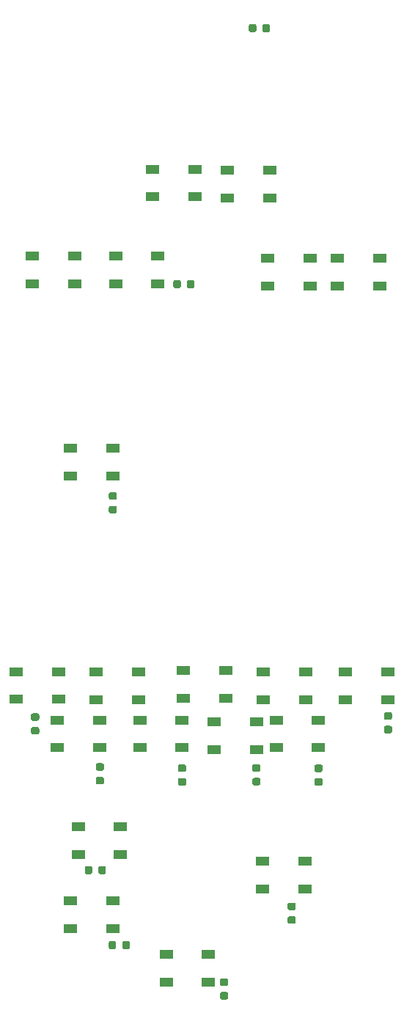
<source format=gbr>
%TF.GenerationSoftware,KiCad,Pcbnew,(5.1.10)-1*%
%TF.CreationDate,2021-11-16T17:17:49+11:00*%
%TF.ProjectId,APU Panel PCB V2,41505520-5061-46e6-956c-205043422056,rev?*%
%TF.SameCoordinates,Original*%
%TF.FileFunction,Paste,Top*%
%TF.FilePolarity,Positive*%
%FSLAX46Y46*%
G04 Gerber Fmt 4.6, Leading zero omitted, Abs format (unit mm)*
G04 Created by KiCad (PCBNEW (5.1.10)-1) date 2021-11-16 17:17:49*
%MOMM*%
%LPD*%
G01*
G04 APERTURE LIST*
%ADD10R,1.500000X1.000000*%
G04 APERTURE END LIST*
%TO.C,C5*%
G36*
G01*
X80400000Y-154306250D02*
X80400000Y-153793750D01*
G75*
G02*
X80618750Y-153575000I218750J0D01*
G01*
X81056250Y-153575000D01*
G75*
G02*
X81275000Y-153793750I0J-218750D01*
G01*
X81275000Y-154306250D01*
G75*
G02*
X81056250Y-154525000I-218750J0D01*
G01*
X80618750Y-154525000D01*
G75*
G02*
X80400000Y-154306250I0J218750D01*
G01*
G37*
G36*
G01*
X78825000Y-154306250D02*
X78825000Y-153793750D01*
G75*
G02*
X79043750Y-153575000I218750J0D01*
G01*
X79481250Y-153575000D01*
G75*
G02*
X79700000Y-153793750I0J-218750D01*
G01*
X79700000Y-154306250D01*
G75*
G02*
X79481250Y-154525000I-218750J0D01*
G01*
X79043750Y-154525000D01*
G75*
G02*
X78825000Y-154306250I0J218750D01*
G01*
G37*
%TD*%
%TO.C,C2*%
G36*
G01*
X95176050Y-167424720D02*
X94663550Y-167424720D01*
G75*
G02*
X94444800Y-167205970I0J218750D01*
G01*
X94444800Y-166768470D01*
G75*
G02*
X94663550Y-166549720I218750J0D01*
G01*
X95176050Y-166549720D01*
G75*
G02*
X95394800Y-166768470I0J-218750D01*
G01*
X95394800Y-167205970D01*
G75*
G02*
X95176050Y-167424720I-218750J0D01*
G01*
G37*
G36*
G01*
X95176050Y-168999720D02*
X94663550Y-168999720D01*
G75*
G02*
X94444800Y-168780970I0J218750D01*
G01*
X94444800Y-168343470D01*
G75*
G02*
X94663550Y-168124720I218750J0D01*
G01*
X95176050Y-168124720D01*
G75*
G02*
X95394800Y-168343470I0J-218750D01*
G01*
X95394800Y-168780970D01*
G75*
G02*
X95176050Y-168999720I-218750J0D01*
G01*
G37*
%TD*%
%TO.C,C13*%
G36*
G01*
X89921600Y-86162170D02*
X89921600Y-86674670D01*
G75*
G02*
X89702850Y-86893420I-218750J0D01*
G01*
X89265350Y-86893420D01*
G75*
G02*
X89046600Y-86674670I0J218750D01*
G01*
X89046600Y-86162170D01*
G75*
G02*
X89265350Y-85943420I218750J0D01*
G01*
X89702850Y-85943420D01*
G75*
G02*
X89921600Y-86162170I0J-218750D01*
G01*
G37*
G36*
G01*
X91496600Y-86162170D02*
X91496600Y-86674670D01*
G75*
G02*
X91277850Y-86893420I-218750J0D01*
G01*
X90840350Y-86893420D01*
G75*
G02*
X90621600Y-86674670I0J218750D01*
G01*
X90621600Y-86162170D01*
G75*
G02*
X90840350Y-85943420I218750J0D01*
G01*
X91277850Y-85943420D01*
G75*
G02*
X91496600Y-86162170I0J-218750D01*
G01*
G37*
%TD*%
%TO.C,C12*%
G36*
G01*
X82326190Y-111316120D02*
X81813690Y-111316120D01*
G75*
G02*
X81594940Y-111097370I0J218750D01*
G01*
X81594940Y-110659870D01*
G75*
G02*
X81813690Y-110441120I218750J0D01*
G01*
X82326190Y-110441120D01*
G75*
G02*
X82544940Y-110659870I0J-218750D01*
G01*
X82544940Y-111097370D01*
G75*
G02*
X82326190Y-111316120I-218750J0D01*
G01*
G37*
G36*
G01*
X82326190Y-112891120D02*
X81813690Y-112891120D01*
G75*
G02*
X81594940Y-112672370I0J218750D01*
G01*
X81594940Y-112234870D01*
G75*
G02*
X81813690Y-112016120I218750J0D01*
G01*
X82326190Y-112016120D01*
G75*
G02*
X82544940Y-112234870I0J-218750D01*
G01*
X82544940Y-112672370D01*
G75*
G02*
X82326190Y-112891120I-218750J0D01*
G01*
G37*
%TD*%
%TO.C,C11*%
G36*
G01*
X114101590Y-136693160D02*
X113589090Y-136693160D01*
G75*
G02*
X113370340Y-136474410I0J218750D01*
G01*
X113370340Y-136036910D01*
G75*
G02*
X113589090Y-135818160I218750J0D01*
G01*
X114101590Y-135818160D01*
G75*
G02*
X114320340Y-136036910I0J-218750D01*
G01*
X114320340Y-136474410D01*
G75*
G02*
X114101590Y-136693160I-218750J0D01*
G01*
G37*
G36*
G01*
X114101590Y-138268160D02*
X113589090Y-138268160D01*
G75*
G02*
X113370340Y-138049410I0J218750D01*
G01*
X113370340Y-137611910D01*
G75*
G02*
X113589090Y-137393160I218750J0D01*
G01*
X114101590Y-137393160D01*
G75*
G02*
X114320340Y-137611910I0J-218750D01*
G01*
X114320340Y-138049410D01*
G75*
G02*
X114101590Y-138268160I-218750J0D01*
G01*
G37*
%TD*%
%TO.C,C10*%
G36*
G01*
X73354910Y-136825340D02*
X72842410Y-136825340D01*
G75*
G02*
X72623660Y-136606590I0J218750D01*
G01*
X72623660Y-136169090D01*
G75*
G02*
X72842410Y-135950340I218750J0D01*
G01*
X73354910Y-135950340D01*
G75*
G02*
X73573660Y-136169090I0J-218750D01*
G01*
X73573660Y-136606590D01*
G75*
G02*
X73354910Y-136825340I-218750J0D01*
G01*
G37*
G36*
G01*
X73354910Y-138400340D02*
X72842410Y-138400340D01*
G75*
G02*
X72623660Y-138181590I0J218750D01*
G01*
X72623660Y-137744090D01*
G75*
G02*
X72842410Y-137525340I218750J0D01*
G01*
X73354910Y-137525340D01*
G75*
G02*
X73573660Y-137744090I0J-218750D01*
G01*
X73573660Y-138181590D01*
G75*
G02*
X73354910Y-138400340I-218750J0D01*
G01*
G37*
%TD*%
%TO.C,C9*%
G36*
G01*
X106082810Y-142733380D02*
X105570310Y-142733380D01*
G75*
G02*
X105351560Y-142514630I0J218750D01*
G01*
X105351560Y-142077130D01*
G75*
G02*
X105570310Y-141858380I218750J0D01*
G01*
X106082810Y-141858380D01*
G75*
G02*
X106301560Y-142077130I0J-218750D01*
G01*
X106301560Y-142514630D01*
G75*
G02*
X106082810Y-142733380I-218750J0D01*
G01*
G37*
G36*
G01*
X106082810Y-144308380D02*
X105570310Y-144308380D01*
G75*
G02*
X105351560Y-144089630I0J218750D01*
G01*
X105351560Y-143652130D01*
G75*
G02*
X105570310Y-143433380I218750J0D01*
G01*
X106082810Y-143433380D01*
G75*
G02*
X106301560Y-143652130I0J-218750D01*
G01*
X106301560Y-144089630D01*
G75*
G02*
X106082810Y-144308380I-218750J0D01*
G01*
G37*
%TD*%
%TO.C,C8*%
G36*
G01*
X98907310Y-142707880D02*
X98394810Y-142707880D01*
G75*
G02*
X98176060Y-142489130I0J218750D01*
G01*
X98176060Y-142051630D01*
G75*
G02*
X98394810Y-141832880I218750J0D01*
G01*
X98907310Y-141832880D01*
G75*
G02*
X99126060Y-142051630I0J-218750D01*
G01*
X99126060Y-142489130D01*
G75*
G02*
X98907310Y-142707880I-218750J0D01*
G01*
G37*
G36*
G01*
X98907310Y-144282880D02*
X98394810Y-144282880D01*
G75*
G02*
X98176060Y-144064130I0J218750D01*
G01*
X98176060Y-143626630D01*
G75*
G02*
X98394810Y-143407880I218750J0D01*
G01*
X98907310Y-143407880D01*
G75*
G02*
X99126060Y-143626630I0J-218750D01*
G01*
X99126060Y-144064130D01*
G75*
G02*
X98907310Y-144282880I-218750J0D01*
G01*
G37*
%TD*%
%TO.C,C7*%
G36*
G01*
X90327190Y-142728200D02*
X89814690Y-142728200D01*
G75*
G02*
X89595940Y-142509450I0J218750D01*
G01*
X89595940Y-142071950D01*
G75*
G02*
X89814690Y-141853200I218750J0D01*
G01*
X90327190Y-141853200D01*
G75*
G02*
X90545940Y-142071950I0J-218750D01*
G01*
X90545940Y-142509450D01*
G75*
G02*
X90327190Y-142728200I-218750J0D01*
G01*
G37*
G36*
G01*
X90327190Y-144303200D02*
X89814690Y-144303200D01*
G75*
G02*
X89595940Y-144084450I0J218750D01*
G01*
X89595940Y-143646950D01*
G75*
G02*
X89814690Y-143428200I218750J0D01*
G01*
X90327190Y-143428200D01*
G75*
G02*
X90545940Y-143646950I0J-218750D01*
G01*
X90545940Y-144084450D01*
G75*
G02*
X90327190Y-144303200I-218750J0D01*
G01*
G37*
%TD*%
%TO.C,C6*%
G36*
G01*
X80837750Y-142588500D02*
X80325250Y-142588500D01*
G75*
G02*
X80106500Y-142369750I0J218750D01*
G01*
X80106500Y-141932250D01*
G75*
G02*
X80325250Y-141713500I218750J0D01*
G01*
X80837750Y-141713500D01*
G75*
G02*
X81056500Y-141932250I0J-218750D01*
G01*
X81056500Y-142369750D01*
G75*
G02*
X80837750Y-142588500I-218750J0D01*
G01*
G37*
G36*
G01*
X80837750Y-144163500D02*
X80325250Y-144163500D01*
G75*
G02*
X80106500Y-143944750I0J218750D01*
G01*
X80106500Y-143507250D01*
G75*
G02*
X80325250Y-143288500I218750J0D01*
G01*
X80837750Y-143288500D01*
G75*
G02*
X81056500Y-143507250I0J-218750D01*
G01*
X81056500Y-143944750D01*
G75*
G02*
X80837750Y-144163500I-218750J0D01*
G01*
G37*
%TD*%
%TO.C,C4*%
G36*
G01*
X102971310Y-158682040D02*
X102458810Y-158682040D01*
G75*
G02*
X102240060Y-158463290I0J218750D01*
G01*
X102240060Y-158025790D01*
G75*
G02*
X102458810Y-157807040I218750J0D01*
G01*
X102971310Y-157807040D01*
G75*
G02*
X103190060Y-158025790I0J-218750D01*
G01*
X103190060Y-158463290D01*
G75*
G02*
X102971310Y-158682040I-218750J0D01*
G01*
G37*
G36*
G01*
X102971310Y-160257040D02*
X102458810Y-160257040D01*
G75*
G02*
X102240060Y-160038290I0J218750D01*
G01*
X102240060Y-159600790D01*
G75*
G02*
X102458810Y-159382040I218750J0D01*
G01*
X102971310Y-159382040D01*
G75*
G02*
X103190060Y-159600790I0J-218750D01*
G01*
X103190060Y-160038290D01*
G75*
G02*
X102971310Y-160257040I-218750J0D01*
G01*
G37*
%TD*%
%TO.C,C3*%
G36*
G01*
X82461720Y-162453610D02*
X82461720Y-162966110D01*
G75*
G02*
X82242970Y-163184860I-218750J0D01*
G01*
X81805470Y-163184860D01*
G75*
G02*
X81586720Y-162966110I0J218750D01*
G01*
X81586720Y-162453610D01*
G75*
G02*
X81805470Y-162234860I218750J0D01*
G01*
X82242970Y-162234860D01*
G75*
G02*
X82461720Y-162453610I0J-218750D01*
G01*
G37*
G36*
G01*
X84036720Y-162453610D02*
X84036720Y-162966110D01*
G75*
G02*
X83817970Y-163184860I-218750J0D01*
G01*
X83380470Y-163184860D01*
G75*
G02*
X83161720Y-162966110I0J218750D01*
G01*
X83161720Y-162453610D01*
G75*
G02*
X83380470Y-162234860I218750J0D01*
G01*
X83817970Y-162234860D01*
G75*
G02*
X84036720Y-162453610I0J-218750D01*
G01*
G37*
%TD*%
%TO.C,R1*%
G36*
G01*
X99351680Y-57131930D02*
X99351680Y-56619430D01*
G75*
G02*
X99570430Y-56400680I218750J0D01*
G01*
X100007930Y-56400680D01*
G75*
G02*
X100226680Y-56619430I0J-218750D01*
G01*
X100226680Y-57131930D01*
G75*
G02*
X100007930Y-57350680I-218750J0D01*
G01*
X99570430Y-57350680D01*
G75*
G02*
X99351680Y-57131930I0J218750D01*
G01*
G37*
G36*
G01*
X97776680Y-57131930D02*
X97776680Y-56619430D01*
G75*
G02*
X97995430Y-56400680I218750J0D01*
G01*
X98432930Y-56400680D01*
G75*
G02*
X98651680Y-56619430I0J-218750D01*
G01*
X98651680Y-57131930D01*
G75*
G02*
X98432930Y-57350680I-218750J0D01*
G01*
X97995430Y-57350680D01*
G75*
G02*
X97776680Y-57131930I0J218750D01*
G01*
G37*
%TD*%
D10*
%TO.C,D20*%
X77153600Y-105384800D03*
X77153600Y-108584800D03*
X82053600Y-105384800D03*
X82053600Y-108584800D03*
%TD*%
%TO.C,D6*%
X107977600Y-83413600D03*
X107977600Y-86613600D03*
X112877600Y-83413600D03*
X112877600Y-86613600D03*
%TD*%
%TO.C,D5*%
X99923600Y-83413600D03*
X99923600Y-86613600D03*
X104823600Y-83413600D03*
X104823600Y-86613600D03*
%TD*%
%TO.C,D11*%
X108954400Y-131191200D03*
X108954400Y-134391200D03*
X113854400Y-131191200D03*
X113854400Y-134391200D03*
%TD*%
%TO.C,D19*%
X88228000Y-163804800D03*
X88228000Y-167004800D03*
X93128000Y-163804800D03*
X93128000Y-167004800D03*
%TD*%
%TO.C,D18*%
X77142000Y-157581600D03*
X77142000Y-160781600D03*
X82042000Y-157581600D03*
X82042000Y-160781600D03*
%TD*%
%TO.C,D17*%
X99353200Y-153035200D03*
X99353200Y-156235200D03*
X104253200Y-153035200D03*
X104253200Y-156235200D03*
%TD*%
%TO.C,D16*%
X78068000Y-149072800D03*
X78068000Y-152272800D03*
X82968000Y-149072800D03*
X82968000Y-152272800D03*
%TD*%
%TO.C,D15*%
X100928000Y-136728400D03*
X100928000Y-139928400D03*
X105828000Y-136728400D03*
X105828000Y-139928400D03*
%TD*%
%TO.C,D14*%
X93765200Y-136931600D03*
X93765200Y-140131600D03*
X98665200Y-136931600D03*
X98665200Y-140131600D03*
%TD*%
%TO.C,D13*%
X85180000Y-136728400D03*
X85180000Y-139928400D03*
X90080000Y-136728400D03*
X90080000Y-139928400D03*
%TD*%
%TO.C,D12*%
X75680400Y-136728400D03*
X75680400Y-139928400D03*
X80580400Y-136728400D03*
X80580400Y-139928400D03*
%TD*%
%TO.C,D10*%
X99454800Y-131191200D03*
X99454800Y-134391200D03*
X104354800Y-131191200D03*
X104354800Y-134391200D03*
%TD*%
%TO.C,D9*%
X90209200Y-130988000D03*
X90209200Y-134188000D03*
X95109200Y-130988000D03*
X95109200Y-134188000D03*
%TD*%
%TO.C,D8*%
X80150800Y-131191200D03*
X80150800Y-134391200D03*
X85050800Y-131191200D03*
X85050800Y-134391200D03*
%TD*%
%TO.C,D7*%
X70905200Y-131140400D03*
X70905200Y-134340400D03*
X75805200Y-131140400D03*
X75805200Y-134340400D03*
%TD*%
%TO.C,D4*%
X82386000Y-83210400D03*
X82386000Y-86410400D03*
X87286000Y-83210400D03*
X87286000Y-86410400D03*
%TD*%
%TO.C,D3*%
X72745600Y-83159600D03*
X72745600Y-86359600D03*
X77645600Y-83159600D03*
X77645600Y-86359600D03*
%TD*%
%TO.C,D2*%
X95289200Y-73279200D03*
X95289200Y-76479200D03*
X100189200Y-73279200D03*
X100189200Y-76479200D03*
%TD*%
%TO.C,D1*%
X86692400Y-73152400D03*
X86692400Y-76352400D03*
X91592400Y-73152400D03*
X91592400Y-76352400D03*
%TD*%
M02*

</source>
